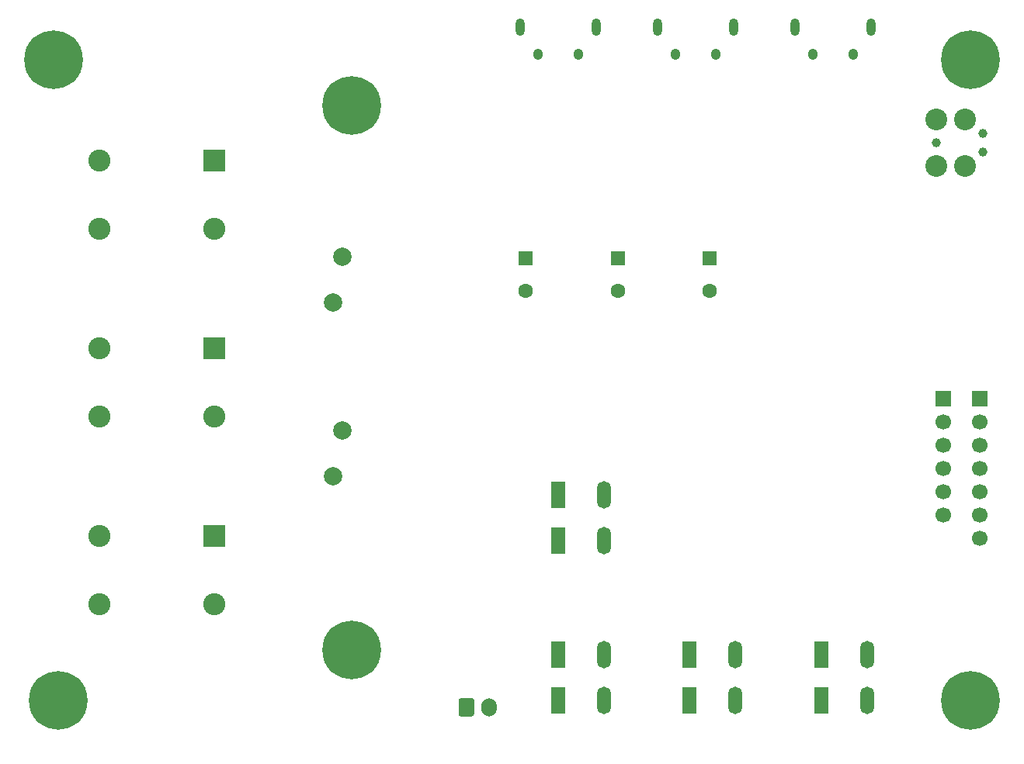
<source format=gbr>
G04 #@! TF.GenerationSoftware,KiCad,Pcbnew,9.0.1+1*
G04 #@! TF.CreationDate,2025-05-10T12:42:35+00:00*
G04 #@! TF.ProjectId,akkupack-ng,616b6b75-7061-4636-9b2d-6e672e6b6963,rev?*
G04 #@! TF.SameCoordinates,Original*
G04 #@! TF.FileFunction,Soldermask,Bot*
G04 #@! TF.FilePolarity,Negative*
%FSLAX46Y46*%
G04 Gerber Fmt 4.6, Leading zero omitted, Abs format (unit mm)*
G04 Created by KiCad (PCBNEW 9.0.1+1) date 2025-05-10 12:42:35*
%MOMM*%
%LPD*%
G01*
G04 APERTURE LIST*
%ADD10R,2.413000X2.413000*%
%ADD11C,2.413000*%
%ADD12R,1.700000X1.700000*%
%ADD13C,1.700000*%
%ADD14C,6.400000*%
%ADD15C,2.374900*%
%ADD16C,0.990600*%
%ADD17R,1.500000X3.000000*%
%ADD18O,1.500000X3.000000*%
%ADD19O,1.000000X1.900000*%
%ADD20O,1.050000X1.250000*%
%ADD21C,2.000000*%
%ADD22R,1.600000X1.600000*%
%ADD23C,1.600000*%
%ADD24O,1.700000X2.000000*%
G04 APERTURE END LIST*
D10*
X72500000Y-61000000D03*
D11*
X60000000Y-61000000D03*
X72500000Y-68500000D03*
X60000000Y-68500000D03*
D12*
X152000000Y-87000000D03*
D13*
X152000000Y-89540000D03*
X152000000Y-92080000D03*
X152000000Y-94620000D03*
X152000000Y-97160000D03*
X152000000Y-99700000D03*
D12*
X156000000Y-87000000D03*
D13*
X156000000Y-89540000D03*
X156000000Y-92080000D03*
X156000000Y-94620000D03*
X156000000Y-97160000D03*
X156000000Y-99700000D03*
X156000000Y-102240000D03*
D14*
X155000000Y-120000000D03*
D15*
X151210000Y-56575000D03*
D16*
X151210000Y-59115000D03*
D15*
X151210000Y-61655000D03*
X154385000Y-56575000D03*
X154385000Y-61655000D03*
D16*
X156290000Y-58099000D03*
X156290000Y-60131000D03*
D17*
X110000000Y-115000000D03*
X110000000Y-120000000D03*
D18*
X115000000Y-115000000D03*
X115000000Y-120000000D03*
D19*
X114175000Y-46460000D03*
D20*
X112225000Y-49460000D03*
X107775000Y-49460000D03*
D19*
X105825000Y-46460000D03*
D17*
X138700000Y-115000000D03*
X138700000Y-120000000D03*
D18*
X143700000Y-115000000D03*
X143700000Y-120000000D03*
D21*
X85500000Y-76500000D03*
X86500000Y-71500000D03*
D14*
X87500000Y-55000000D03*
D22*
X106500000Y-71750000D03*
D23*
X106500000Y-75250000D03*
D10*
X72500000Y-81500000D03*
D11*
X60000000Y-81500000D03*
X72500000Y-89000000D03*
X60000000Y-89000000D03*
D10*
X72500000Y-102000000D03*
D11*
X60000000Y-102000000D03*
X72500000Y-109500000D03*
X60000000Y-109500000D03*
D14*
X55500000Y-120000000D03*
X87500000Y-114500000D03*
D21*
X85500000Y-95500000D03*
X86500000Y-90500000D03*
D17*
X124350000Y-115000000D03*
X124350000Y-120000000D03*
D18*
X129350000Y-115000000D03*
X129350000Y-120000000D03*
D14*
X155000000Y-50000000D03*
D22*
X116500000Y-71750000D03*
D23*
X116500000Y-75250000D03*
D17*
X110000500Y-97500000D03*
X110000500Y-102500000D03*
D18*
X115000500Y-97500000D03*
X115000500Y-102500000D03*
D19*
X144175000Y-46460000D03*
D20*
X142225000Y-49460000D03*
X137775000Y-49460000D03*
D19*
X135825000Y-46460000D03*
D22*
X126500000Y-71750000D03*
D23*
X126500000Y-75250000D03*
D14*
X55000000Y-50000000D03*
G36*
G01*
X99150000Y-121475000D02*
X99150000Y-119975000D01*
G75*
G02*
X99400000Y-119725000I250000J0D01*
G01*
X100600000Y-119725000D01*
G75*
G02*
X100850000Y-119975000I0J-250000D01*
G01*
X100850000Y-121475000D01*
G75*
G02*
X100600000Y-121725000I-250000J0D01*
G01*
X99400000Y-121725000D01*
G75*
G02*
X99150000Y-121475000I0J250000D01*
G01*
G37*
D24*
X102500000Y-120725000D03*
D19*
X129175000Y-46460000D03*
D20*
X127225000Y-49460000D03*
X122775000Y-49460000D03*
D19*
X120825000Y-46460000D03*
M02*

</source>
